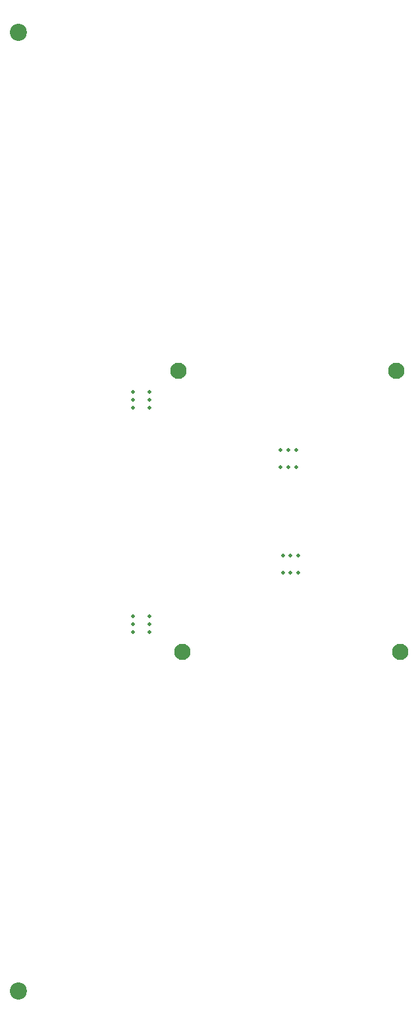
<source format=gbr>
%TF.GenerationSoftware,KiCad,Pcbnew,8.0.3*%
%TF.CreationDate,2025-05-12T21:07:47+02:00*%
%TF.ProjectId,IMU_PCBs,494d555f-5043-4427-932e-6b696361645f,rev?*%
%TF.SameCoordinates,Original*%
%TF.FileFunction,NonPlated,1,2,NPTH,Drill*%
%TF.FilePolarity,Positive*%
%FSLAX46Y46*%
G04 Gerber Fmt 4.6, Leading zero omitted, Abs format (unit mm)*
G04 Created by KiCad (PCBNEW 8.0.3) date 2025-05-12 21:07:47*
%MOMM*%
%LPD*%
G01*
G04 APERTURE LIST*
%TA.AperFunction,ComponentDrill*%
%ADD10C,0.500000*%
%TD*%
%TA.AperFunction,ComponentDrill*%
%ADD11C,2.100000*%
%TD*%
%TA.AperFunction,ComponentDrill*%
%ADD12C,2.200000*%
%TD*%
G04 APERTURE END LIST*
D10*
%TO.C,mouse-bite-2.54mm-4.66mm*%
X86227500Y-90331372D03*
X86227500Y-91341372D03*
X86227500Y-92331372D03*
X86227500Y-119151372D03*
X86227500Y-120161372D03*
X86227500Y-121151372D03*
X88357500Y-90331372D03*
X88357500Y-91331372D03*
X88357500Y-92331372D03*
X88357500Y-119151372D03*
X88357500Y-120151372D03*
X88357500Y-121151372D03*
X105210000Y-97830000D03*
X105210000Y-99960000D03*
X105490000Y-111370000D03*
X105490000Y-113500000D03*
X106200000Y-97830000D03*
X106210000Y-99960000D03*
X106480000Y-111370000D03*
X106490000Y-113500000D03*
X107210000Y-97830000D03*
X107210000Y-99960000D03*
X107490000Y-111370000D03*
X107490000Y-113500000D03*
D11*
%TO.C,REF\u002A\u002A*%
X92070000Y-87630000D03*
X92560000Y-123710000D03*
X120070000Y-87630000D03*
X120560000Y-123710000D03*
D12*
X71505000Y-44221372D03*
X71505000Y-167221372D03*
M02*

</source>
